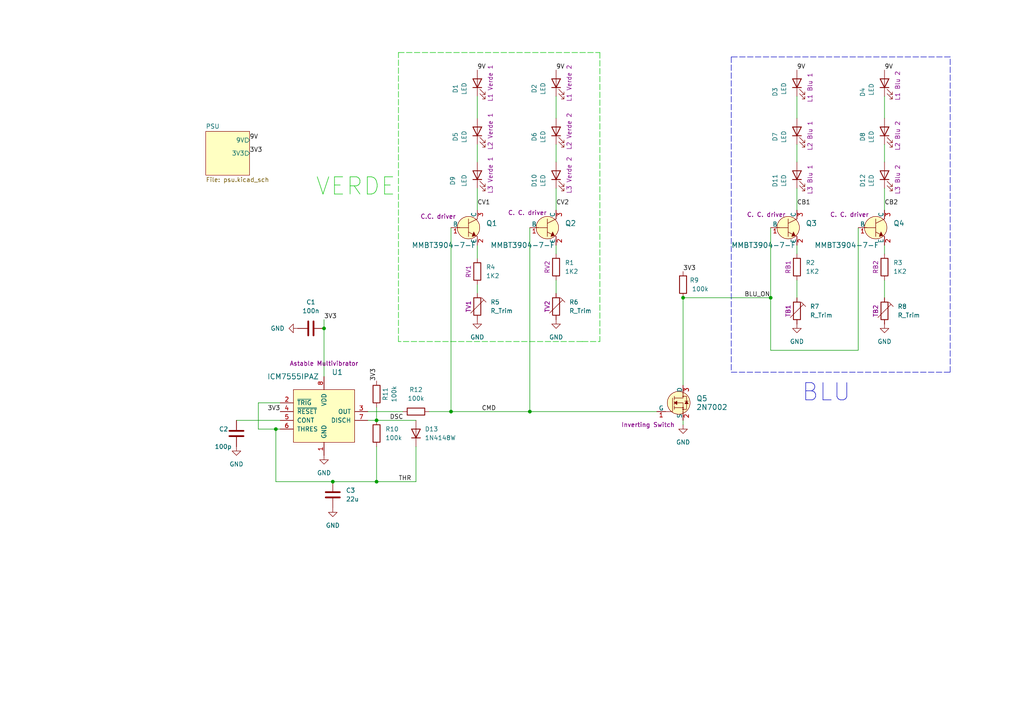
<source format=kicad_sch>
(kicad_sch (version 20230121) (generator eeschema)
  (paper "A4")
  (title_block (title "Christmas Tree") (date "2023-08-19") (rev "${ver}"))
  (lib_symbols
    (symbol "Device:C" (pin_numbers hide) (pin_names (offset 0.254))
      (property "Reference" "C" (at 0.635 2.54 0))
      (property "Value" "C" (at 0.635 -2.54 0))
      (symbol "C_0_1"
        (polyline (pts (xy -2.032 -0.762) (xy 2.032 -0.762)) (stroke (width 0.508)))
        (polyline (pts (xy -2.032 0.762) (xy 2.032 0.762)) (stroke (width 0.508)))
      )
      (symbol "C_1_1"
        (pin passive line (at 0 3.81 270) (length 2.794) (name "~") (number "1"))
        (pin passive line (at 0 -3.81 90) (length 2.794) (name "~") (number "2"))
      )
    )
    (symbol "Device:LED" (pin_numbers hide) (pin_names (offset 1.016) hide)
      (property "Reference" "D" (at 0 2.54 0))
      (property "Value" "LED" (at 0 -2.54 0))
      (symbol "LED_0_1"
        (polyline (pts (xy -1.27 -1.27) (xy -1.27 1.27)) (stroke (width 0.254)))
        (polyline (pts (xy -1.27 0) (xy 1.27 0)))
        (polyline (pts (xy 1.27 -1.27) (xy 1.27 1.27) (xy -1.27 0) (xy 1.27 -1.27)) (stroke (width 0.254)))
        (polyline (pts (xy -3.048 -0.762) (xy -4.572 -2.286) (xy -3.81 -2.286) (xy -4.572 -2.286) (xy -4.572 -1.524)))
        (polyline (pts (xy -1.778 -0.762) (xy -3.302 -2.286) (xy -2.54 -2.286) (xy -3.302 -2.286) (xy -3.302 -1.524)))
      )
      (symbol "LED_1_1"
        (pin passive line (at -3.81 0 0) (length 2.54) (name "K") (number "1"))
        (pin passive line (at 3.81 0 180) (length 2.54) (name "A") (number "2"))
      )
    )
    (symbol "Device:R" (pin_numbers hide) (pin_names (offset 0))
      (property "Reference" "R" (at 2.032 0 90))
      (property "Value" "R" (at 0 0 90))
      (symbol "R_0_1"
        (rectangle (start -1.016 -2.54) (end 1.016 2.54) (stroke (width 0.254)))
      )
      (symbol "R_1_1"
        (pin passive line (at 0 3.81 270) (length 1.27) (name "~") (number "1"))
        (pin passive line (at 0 -3.81 90) (length 1.27) (name "~") (number "2"))
      )
    )
    (symbol "Device:R_Trim" (pin_numbers hide) (pin_names (offset 0))
      (property "Reference" "R" (at 2.54 -2.54 90))
      (property "Value" "R_Trim" (at -2.54 -0.635 90))
      (symbol "R_Trim_0_1"
        (rectangle (start -1.016 -2.54) (end 1.016 2.54) (stroke (width 0.254)))
        (polyline (pts (xy -1.905 -1.905) (xy 1.905 1.905) (xy 2.54 1.27) (xy 1.27 2.54)))
      )
      (symbol "R_Trim_1_1"
        (pin passive line (at 0 3.81 270) (length 1.27) (name "~") (number "1"))
        (pin passive line (at 0 -3.81 90) (length 1.27) (name "~") (number "2"))
      )
    )
    (symbol "Diode:1N4148W" (pin_numbers hide) (pin_names hide)
      (property "Reference" "D" (at 0 2.54 0))
      (property "Value" "1N4148W" (at 0 -2.54 0))
      (symbol "1N4148W_0_1"
        (polyline (pts (xy -1.27 1.27) (xy -1.27 -1.27)) (stroke (width 0.254)))
        (polyline (pts (xy 1.27 0) (xy -1.27 0)))
        (polyline (pts (xy 1.27 1.27) (xy 1.27 -1.27) (xy -1.27 0) (xy 1.27 1.27)) (stroke (width 0.254)))
      )
      (symbol "1N4148W_1_1"
        (pin passive line (at -3.81 0 0) (length 2.54) (name "K") (number "1"))
        (pin passive line (at 3.81 0 180) (length 2.54) (name "A") (number "2"))
      )
    )
    (symbol "dk_Clock-Timing-Programmable-Timers-and-Oscillators:ICM7555IPAZ" (pin_names (offset 1.016))
      (property "Reference" "U" (at -8.89 7.62 0))
      (property "Value" "ICM7555IPAZ" (at 1.27 -10.16 0))
      (symbol "ICM7555IPAZ_1_1"
        (rectangle (start -8.89 6.35) (end 8.89 -8.89) (fill (type background)))
        (pin power_in line (at 0 -12.7 90) (length 3.81) (name "GND") (number "1"))
        (pin input line (at -12.7 2.54 0) (length 3.81) (name "~{TRIG}") (number "2"))
        (pin output line (at 12.7 0 180) (length 3.81) (name "OUT") (number "3"))
        (pin input line (at -12.7 0 0) (length 3.81) (name "~{RESET}") (number "4"))
        (pin input line (at -12.7 -2.54 0) (length 3.81) (name "CONT") (number "5"))
        (pin input line (at -12.7 -5.08 0) (length 3.81) (name "THRES") (number "6"))
        (pin output line (at 12.7 -2.54 180) (length 3.81) (name "DISCH") (number "7"))
        (pin power_in line (at 0 10.16 270) (length 3.81) (name "VDD") (number "8"))
      )
    )
    (symbol "dk_Transistors-Bipolar-BJT-Single:MMBT3904-7-F" (pin_names (offset 0))
      (property "Reference" "Q" (at -3.2004 4.2164 0))
      (property "Value" "MMBT3904-7-F" (at 5.2324 0 90))
      (symbol "MMBT3904-7-F_0_1"
        (polyline (pts (xy -3.81 0) (xy -2.54 0)))
        (polyline (pts (xy -3.556 0) (xy 0 0)))
        (polyline (pts (xy 0 -1.27) (xy 2.54 -2.54)))
        (polyline (pts (xy 0 1.27) (xy 2.54 2.54)))
        (polyline (pts (xy 0 2.54) (xy 0 -2.54)))
        (polyline (pts (xy 1.524 -1.27) (xy 2.032 -2.286) (xy 1.016 -2.54) (xy 1.524 -1.27)) (fill (type outline)))
        (circle (center 0 0) (radius 3.2512) (fill (type background)))
      )
      (symbol "MMBT3904-7-F_1_1"
        (pin input line (at -5.08 0 0) (length 2.54) (name "B") (number "1"))
        (pin passive line (at 2.54 -5.08 90) (length 2.54) (name "E") (number "2"))
        (pin passive line (at 2.54 5.08 270) (length 2.54) (name "C") (number "3"))
      )
    )
    (symbol "dk_Transistors-FETs-MOSFETs-Single:2N7002" (pin_names (offset 0))
      (property "Reference" "Q" (at -2.6924 3.6322 0))
      (property "Value" "2N7002" (at 3.4544 0 90))
      (symbol "2N7002_0_1"
        (circle (center -1.27 0) (radius 3.302) (fill (type background)))
        (circle (center 0 -1.905) (radius 0.127))
        (circle (center 0 -1.397) (radius 0.127))
        (polyline (pts (xy 0 -1.397) (xy -2.54 -1.397)))
        (polyline (pts (xy -5.08 -2.54) (xy -3.048 -2.54) (xy -3.048 1.397)))
        (polyline (pts (xy 0 -2.54) (xy 0 0) (xy -2.54 0)))
        (polyline (pts (xy 0 2.54) (xy 0 1.397) (xy -2.54 1.397)))
        (polyline (pts (xy -0.127 -1.905) (xy 1.016 -1.905) (xy 1.016 1.397) (xy 1.016 1.905) (xy -0.127 1.905)))
        (circle (center 0 1.905) (radius 0.127))
      )
      (symbol "2N7002_1_1"
        (polyline (pts (xy -2.54 -1.397) (xy -2.54 -1.905)))
        (polyline (pts (xy -2.54 -1.397) (xy -2.54 -0.889)))
        (polyline (pts (xy -2.54 0) (xy -2.54 -0.508)))
        (polyline (pts (xy -2.54 0) (xy -2.54 0.508)))
        (polyline (pts (xy -2.54 1.905) (xy -2.54 0.889)))
        (polyline (pts (xy 1.524 0.508) (xy 0.508 0.508)))
        (polyline (pts (xy -2.54 0) (xy -1.778 0.508) (xy -1.778 -0.508) (xy -2.54 0)) (fill (type outline)))
        (polyline (pts (xy 1.016 0.508) (xy 0.508 -0.254) (xy 1.524 -0.254) (xy 1.016 0.508)) (fill (type outline)))
        (pin bidirectional line (at -7.62 -2.54 0) (length 2.54) (name "G") (number "1"))
        (pin bidirectional line (at 0 -5.08 90) (length 2.54) (name "S") (number "2"))
        (pin bidirectional line (at 0 5.08 270) (length 2.54) (name "D") (number "3"))
      )
    )
    (symbol "power:GND" (power) (pin_names (offset 0))
      (property "Value" "GND" (at 0 -3.81 0))
      (symbol "GND_0_1"
        (polyline (pts (xy 0 0) (xy 0 -1.27) (xy 1.27 -1.27) (xy 0 -2.54) (xy -1.27 -1.27) (xy 0 -1.27)))
      )
      (symbol "GND_1_1"
        (pin power_in line (at 0 0 270) (length 0) hide (name "GND") (number "1"))
      )
    )
  )
  (junction (at 93.98 95.25))
  (junction (at 109.22 121.92))
  (junction (at 130.81 119.38))
  (junction (at 153.67 119.38))
  (junction (at 109.22 139.7))
  (junction (at 80.01 124.46))
  (junction (at 198.12 86.36))
  (junction (at 223.52 86.36))
  (junction (at 96.52 139.7))
  (wire (pts (xy 231.14 81.28) (xy 231.14 86.36)))
  (wire (pts (xy 93.98 92.71) (xy 93.98 95.25)))
  (wire (pts (xy 130.81 119.38) (xy 153.67 119.38)))
  (wire (pts (xy 80.01 139.7) (xy 80.01 124.46)))
  (wire (pts (xy 231.14 71.12) (xy 231.14 73.66)))
  (wire (pts (xy 120.65 139.7) (xy 109.22 139.7)))
  (wire (pts (xy 138.43 54.61) (xy 138.43 60.96)))
  (wire (pts (xy 256.54 81.28) (xy 256.54 86.36)))
  (wire (pts (xy 138.43 71.12) (xy 138.43 74.93)))
  (wire (pts (xy 231.14 41.91) (xy 231.14 46.99)))
  (wire (pts (xy 124.46 119.38) (xy 130.81 119.38)))
  (wire (pts (xy 161.29 81.28) (xy 161.29 85.09)))
  (wire (pts (xy 256.54 27.94) (xy 256.54 34.29)))
  (wire (pts (xy 153.67 66.04) (xy 153.67 119.38)))
  (polyline (pts (xy 115.57 99.06) (xy 115.57 15.24)) (stroke (width 0) (type dash) (color 0 194 0 1)))
  (wire (pts (xy 130.81 66.04) (xy 130.81 119.38)))
  (polyline (pts (xy 168.91 99.06) (xy 173.99 99.06)) (stroke (width 0) (type dash) (color 0 194 0 1)))
  (polyline (pts (xy 275.59 107.95) (xy 275.59 16.51)) (stroke (width 0) (type dash)))
  (wire (pts (xy 80.01 124.46) (xy 81.28 124.46)))
  (polyline (pts (xy 173.99 15.24) (xy 173.99 99.06)) (stroke (width 0) (type dash) (color 0 194 0 1)))
  (wire (pts (xy 138.43 82.55) (xy 138.43 85.09)))
  (wire (pts (xy 231.14 27.94) (xy 231.14 34.29)))
  (wire (pts (xy 256.54 71.12) (xy 256.54 73.66)))
  (wire (pts (xy 223.52 86.36) (xy 223.52 101.6)))
  (wire (pts (xy 138.43 41.91) (xy 138.43 46.99)))
  (wire (pts (xy 256.54 54.61) (xy 256.54 60.96)))
  (wire (pts (xy 231.14 54.61) (xy 231.14 60.96)))
  (wire (pts (xy 198.12 123.19) (xy 198.12 121.92)))
  (polyline (pts (xy 275.59 16.51) (xy 212.09 16.51)) (stroke (width 0) (type dash)))
  (wire (pts (xy 109.22 118.11) (xy 109.22 121.92)))
  (wire (pts (xy 109.22 129.54) (xy 109.22 139.7)))
  (polyline (pts (xy 212.09 107.95) (xy 275.59 107.95)) (stroke (width 0) (type dash)))
  (wire (pts (xy 138.43 27.94) (xy 138.43 34.29)))
  (wire (pts (xy 74.93 116.84) (xy 74.93 124.46)))
  (wire (pts (xy 153.67 119.38) (xy 190.5 119.38)))
  (wire (pts (xy 81.28 116.84) (xy 74.93 116.84)))
  (wire (pts (xy 161.29 27.94) (xy 161.29 34.29)))
  (wire (pts (xy 223.52 101.6) (xy 248.92 101.6)))
  (wire (pts (xy 106.68 121.92) (xy 109.22 121.92)))
  (wire (pts (xy 161.29 71.12) (xy 161.29 73.66)))
  (wire (pts (xy 161.29 54.61) (xy 161.29 60.96)))
  (polyline (pts (xy 212.09 16.51) (xy 212.09 107.95)) (stroke (width 0) (type dash)))
  (wire (pts (xy 106.68 119.38) (xy 116.84 119.38)))
  (wire (pts (xy 161.29 41.91) (xy 161.29 46.99)))
  (wire (pts (xy 109.22 139.7) (xy 96.52 139.7)))
  (polyline (pts (xy 115.57 15.24) (xy 173.99 15.24)) (stroke (width 0) (type dash) (color 0 194 0 1)))
  (wire (pts (xy 223.52 86.36) (xy 223.52 66.04)))
  (wire (pts (xy 198.12 86.36) (xy 198.12 111.76)))
  (wire (pts (xy 256.54 41.91) (xy 256.54 46.99)))
  (polyline (pts (xy 168.91 99.06) (xy 115.57 99.06)) (stroke (width 0) (type dash) (color 0 194 0 1)))
  (wire (pts (xy 74.93 124.46) (xy 80.01 124.46)))
  (wire (pts (xy 120.65 129.54) (xy 120.65 139.7)))
  (wire (pts (xy 248.92 101.6) (xy 248.92 66.04)))
  (wire (pts (xy 68.58 121.92) (xy 81.28 121.92)))
  (wire (pts (xy 93.98 95.25) (xy 93.98 109.22)))
  (wire (pts (xy 109.22 121.92) (xy 120.65 121.92)))
  (wire (pts (xy 198.12 86.36) (xy 223.52 86.36)))
  (wire (pts (xy 96.52 139.7) (xy 80.01 139.7)))
  (text "VERDE" (at 91.44 57.15 0) (effects (font (size 5 5)) (justify left bottom)))
  (text "BLU" (at 232.41 116.84 0) (effects (font (size 5 5)) (justify left bottom)))
  (label "9V" (at 231.14 20.32 0))
  (label "THR" (at 115.57 139.7 0))
  (label "CB2" (at 256.54 59.69 0))
  (label "CMD" (at 139.7 119.38 0))
  (label "CB1" (at 231.14 59.69 0))
  (label "3V3" (at 198.12 78.74 0))
  (label "3V3" (at 72.39 44.45 0))
  (label "9V" (at 72.39 40.64 0))
  (label "BLU_ON" (at 215.9 86.36 0))
  (label "9V" (at 138.43 20.32 0))
  (label "DSC" (at 113.03 121.92 0))
  (label "3V3" (at 93.98 92.71 0))
  (label "9V" (at 256.54 20.32 0))
  (label "3V3" (at 109.22 110.49 90))
  (label "CV2" (at 161.29 59.69 0))
  (label "CV1" (at 138.43 59.69 0))
  (label "9V" (at 161.29 20.32 0))
  (label "3V3" (at 81.28 119.38 180))
  (symbol (lib_id "Device:C") (at 90.17 95.25 90) (unit 1)
    (property "Reference" "C1" (at 90.17 87.63 90))
    (property "Value" "100n" (at 90.17 90.17 90))
    (property "Footprint" "Capacitor_SMD:C_0805_2012Metric" (effects hide))
  )
  (symbol (lib_id "Device:R") (at 231.14 77.47 0) (unit 1)
    (property "Reference" "R2" (at 233.68 76.2 0) (effects (justify left)))
    (property "Value" "1K2" (at 233.68 78.74 0) (effects (justify left)))
    (property "Footprint" "Resistor_SMD:R_0603_1608Metric" (effects hide))
    (property "Purpose" "RB1" (at 228.6 77.47 90))
  )
  (symbol (lib_id "Device:R") (at 120.65 119.38 90) (unit 1)
    (property "Reference" "R12" (at 120.65 113.03 90))
    (property "Value" "100k" (at 120.65 115.57 90))
    (property "Footprint" "Resistor_SMD:R_0805_2012Metric" (effects hide))
  )
  (symbol (lib_id "Device:R") (at 198.12 82.55 0) (unit 1)
    (property "Reference" "R9" (at 200.025 81.28 0) (effects (justify left)))
    (property "Value" "100k" (at 200.66 83.82 0) (effects (justify left)))
    (property "Footprint" "Resistor_SMD:R_0805_2012Metric" (effects hide))
  )
  (symbol (lib_id "power:GND") (at 138.43 92.71 0) (unit 1)
    (property "Reference" "#PWR03" (effects hide))
    (property "Value" "GND" (at 138.43 97.79 0))
  )
  (symbol (lib_id "Device:LED") (at 161.29 50.8 90) (unit 1)
    (property "Reference" "D10" (at 154.94 52.3875 0))
    (property "Value" "LED" (at 157.48 52.3875 0))
    (property "Footprint" "LED_SMD:LED_0805_2012Metric" (effects hide))
    (property "Purpose" "L3 Verde 2" (at 165.1 50.8 0))
  )
  (symbol (lib_id "Device:R") (at 138.43 78.74 0) (unit 1)
    (property "Reference" "R4" (at 140.97 77.47 0) (effects (justify left)))
    (property "Value" "1K2" (at 140.97 80.01 0) (effects (justify left)))
    (property "Footprint" "Resistor_SMD:R_0603_1608Metric" (effects hide))
    (property "Purpose" "RV1" (at 135.89 78.74 90))
  )
  (symbol (lib_id "Device:LED") (at 231.14 38.1 90) (unit 1)
    (property "Reference" "D7" (at 224.79 39.6875 0))
    (property "Value" "LED" (at 227.33 39.6875 0))
    (property "Footprint" "LED_SMD:LED_0805_2012Metric" (effects hide))
    (property "Purpose" "L2 Blu 1" (at 234.95 39.37 0))
  )
  (symbol (lib_id "Device:R_Trim") (at 161.29 88.9 0) (unit 1)
    (property "Reference" "R6" (at 165.1 87.63 0) (effects (justify left)))
    (property "Value" "R_Trim" (at 165.1 90.17 0) (effects (justify left)))
    (property "Footprint" "PVG5A202C03R00:TRIM_PVG5A202C03R00" (effects hide))
    (property "Purpose" "TV2" (at 158.75 88.9 90))
  )
  (symbol (lib_id "Device:LED") (at 231.14 50.8 90) (unit 1)
    (property "Reference" "D11" (at 224.79 52.3875 0))
    (property "Value" "LED" (at 227.33 52.3875 0))
    (property "Footprint" "LED_SMD:LED_0805_2012Metric" (effects hide))
    (property "Purpose" "L3 Blu 1" (at 234.95 52.07 0))
  )
  (symbol (lib_id "Device:R") (at 256.54 77.47 0) (unit 1)
    (property "Reference" "R3" (at 259.08 76.2 0) (effects (justify left)))
    (property "Value" "1K2" (at 259.08 78.74 0) (effects (justify left)))
    (property "Footprint" "Resistor_SMD:R_0603_1608Metric" (effects hide))
    (property "Purpose" "RB2" (at 254 77.47 90))
  )
  (symbol (lib_id "dk_Transistors-FETs-MOSFETs-Single:2N7002") (at 198.12 116.84 0) (unit 1)
    (property "Reference" "Q5" (at 201.93 115.57 0) (effects (font (size 1.524 1.524)) (justify left)))
    (property "Value" "2N7002" (at 201.93 118.11 0) (effects (font (size 1.524 1.524)) (justify left)))
    (property "Footprint" "digikey-footprints:SOT-23-3" (effects hide))
    (property "Datasheet" "https://www.onsemi.com/pub/Collateral/NDS7002A-D.PDF" (effects hide))
    (property "Digi-Key_PN" "2N7002NCT-ND" (effects hide))
    (property "MPN" "2N7002" (effects hide))
    (property "Category" "Discrete Semiconductor Products" (effects hide))
    (property "Family" "Transistors - FETs, MOSFETs - Single" (effects hide))
    (property "DK_Datasheet_Link" "https://www.onsemi.com/pub/Collateral/NDS7002A-D.PDF" (effects hide))
    (property "DK_Detail_Page" "/product-detail/en/on-semiconductor/2N7002/2N7002NCT-ND/244664" (effects hide))
    (property "Description" "MOSFET N-CH 60V 115MA SOT-23" (effects hide))
    (property "Manufacturer" "ON Semiconductor" (effects hide))
    (property "Status" "Active" (effects hide))
    (property "Purpose" "Inverting Switch" (at 187.96 123.19 0))
  )
  (symbol (lib_id "Device:LED") (at 256.54 50.8 90) (unit 1)
    (property "Reference" "D12" (at 250.19 52.3875 0))
    (property "Value" "LED" (at 252.73 52.3875 0))
    (property "Footprint" "LED_SMD:LED_0805_2012Metric" (effects hide))
    (property "Purpose" "L3 Blu 2" (at 260.35 52.07 0))
  )
  (symbol (lib_id "power:GND") (at 86.36 95.25 270) (unit 1)
    (property "Reference" "#PWR09" (effects hide))
    (property "Value" "GND" (at 82.55 95.25 90) (effects (justify right)))
  )
  (symbol (lib_id "Device:R_Trim") (at 138.43 88.9 0) (unit 1)
    (property "Reference" "R5" (at 142.24 87.63 0) (effects (justify left)))
    (property "Value" "R_Trim" (at 142.24 90.17 0) (effects (justify left)))
    (property "Footprint" "PVG5A202C03R00:TRIM_PVG5A202C03R00" (effects hide))
    (property "Purpose" "TV1" (at 135.89 88.9 90))
  )
  (symbol (lib_id "power:GND") (at 68.58 129.54 0) (unit 1)
    (property "Reference" "#PWR010" (effects hide))
    (property "Value" "GND" (at 68.58 134.62 0))
  )
  (symbol (lib_id "Device:R_Trim") (at 256.54 90.17 0) (unit 1)
    (property "Reference" "R8" (at 260.35 88.9 0) (effects (justify left)))
    (property "Value" "R_Trim" (at 260.35 91.44 0) (effects (justify left)))
    (property "Footprint" "PVG5A202C03R00:TRIM_PVG5A202C03R00" (effects hide))
    (property "Purpose" "TB2" (at 254 90.17 90))
  )
  (symbol (lib_id "Device:R") (at 109.22 125.73 0) (unit 1)
    (property "Reference" "R10" (at 111.76 124.46 0) (effects (justify left)))
    (property "Value" "100k" (at 111.76 127 0) (effects (justify left)))
    (property "Footprint" "Resistor_SMD:R_0805_2012Metric" (effects hide))
  )
  (symbol (lib_id "Device:LED") (at 161.29 24.13 90) (unit 1)
    (property "Reference" "D2" (at 154.94 25.7175 0))
    (property "Value" "LED" (at 157.48 25.7175 0))
    (property "Footprint" "LED_SMD:LED_0805_2012Metric" (effects hide))
    (property "Purpose" "L1 Verde 2" (at 165.1 24.13 0))
  )
  (symbol (lib_id "dk_Transistors-Bipolar-BJT-Single:MMBT3904-7-F") (at 135.89 66.04 0) (unit 1)
    (property "Reference" "Q1" (at 140.97 64.77 0) (effects (font (size 1.524 1.524)) (justify left)))
    (property "Value" "MMBT3904-7-F" (at 119.38 71.12 0) (effects (font (size 1.524 1.524)) (justify left)))
    (property "Footprint" "digikey-footprints:SOT-23-3" (effects hide))
    (property "Datasheet" "https://www.diodes.com/assets/Datasheets/ds30036.pdf" (effects hide))
    (property "Digi-Key_PN" "MMBT3904-FDICT-ND" (effects hide))
    (property "MPN" "MMBT3904-7-F" (effects hide))
    (property "Category" "Discrete Semiconductor Products" (effects hide))
    (property "Family" "Transistors - Bipolar (BJT) - Single" (effects hide))
    (property "DK_Datasheet_Link" "https://www.diodes.com/assets/Datasheets/ds30036.pdf" (effects hide))
    (property "DK_Detail_Page" "/product-detail/en/diodes-incorporated/MMBT3904-7-F/MMBT3904-FDICT-ND/815727" (effects hide))
    (property "Description" "TRANS NPN 40V 0.2A SMD SOT23-3" (effects hide))
    (property "Manufacturer" "Diodes Incorporated" (effects hide))
    (property "Status" "Active" (effects hide))
    (property "Purpose" "C.C. driver" (at 121.92 63.5 0) (effects (justify left bottom)))
  )
  (symbol (lib_id "power:GND") (at 96.52 147.32 0) (unit 1)
    (property "Reference" "#PWR011" (effects hide))
    (property "Value" "GND" (at 96.52 152.4 0))
  )
  (symbol (lib_id "Device:LED") (at 138.43 50.8 90) (unit 1)
    (property "Reference" "D9" (at 131.3025 52.4367 0))
    (property "Value" "LED" (at 134.62 52.3875 0))
    (property "Footprint" "LED_SMD:LED_0805_2012Metric" (effects hide))
    (property "Purpose" "L3 Verde 1" (at 142.24 50.8 0))
  )
  (symbol (lib_id "Device:C") (at 68.58 125.73 0) (unit 1)
    (property "Reference" "C2" (at 63.5 124.46 0) (effects (justify left)))
    (property "Value" "100p" (at 62.23 129.54 0) (effects (justify left)))
    (property "Footprint" "Capacitor_SMD:C_0603_1608Metric" (effects hide))
  )
  (symbol (lib_id "Device:LED") (at 256.54 24.13 90) (unit 1)
    (property "Reference" "D4" (at 250.19 25.4 0) (effects (justify right)))
    (property "Value" "LED" (at 252.73 24.13 0) (effects (justify right)))
    (property "Footprint" "LED_SMD:LED_0805_2012Metric" (effects hide))
    (property "Purpose" "L1 Blu 2" (at 260.35 29.21 0) (effects (justify left)))
  )
  (symbol (lib_id "dk_Transistors-Bipolar-BJT-Single:MMBT3904-7-F") (at 254 66.04 0) (unit 1)
    (property "Reference" "Q4" (at 259.08 64.77 0) (effects (font (size 1.524 1.524)) (justify left)))
    (property "Value" "MMBT3904-7-F" (at 236.22 71.12 0) (effects (font (size 1.524 1.524)) (justify left)))
    (property "Footprint" "digikey-footprints:SOT-23-3" (effects hide))
    (property "Datasheet" "https://www.diodes.com/assets/Datasheets/ds30036.pdf" (effects hide))
    (property "Digi-Key_PN" "MMBT3904-FDICT-ND" (effects hide))
    (property "MPN" "MMBT3904-7-F" (effects hide))
    (property "Category" "Discrete Semiconductor Products" (effects hide))
    (property "Family" "Transistors - Bipolar (BJT) - Single" (effects hide))
    (property "DK_Datasheet_Link" "https://www.diodes.com/assets/Datasheets/ds30036.pdf" (effects hide))
    (property "DK_Detail_Page" "/product-detail/en/diodes-incorporated/MMBT3904-7-F/MMBT3904-FDICT-ND/815727" (effects hide))
    (property "Description" "TRANS NPN 40V 0.2A SMD SOT23-3" (effects hide))
    (property "Manufacturer" "Diodes Incorporated" (effects hide))
    (property "Status" "Active" (effects hide))
    (property "Purpose" "C. C. driver" (at 246.38 62.23 0))
  )
  (symbol (lib_id "Device:LED") (at 231.14 24.13 90) (unit 1)
    (property "Reference" "D3" (at 224.79 26.67 0))
    (property "Value" "LED" (at 227.33 25.7175 0))
    (property "Footprint" "LED_SMD:LED_0805_2012Metric" (effects hide))
    (property "Purpose" "L1 Blu 1" (at 234.95 25.4 0))
  )
  (symbol (lib_id "dk_Transistors-Bipolar-BJT-Single:MMBT3904-7-F") (at 158.75 66.04 0) (unit 1)
    (property "Reference" "Q2" (at 163.83 64.77 0) (effects (font (size 1.524 1.524)) (justify left)))
    (property "Value" "MMBT3904-7-F" (at 142.24 71.12 0) (effects (font (size 1.524 1.524)) (justify left)))
    (property "Footprint" "digikey-footprints:SOT-23-3" (effects hide))
    (property "Datasheet" "https://www.diodes.com/assets/Datasheets/ds30036.pdf" (effects hide))
    (property "Digi-Key_PN" "MMBT3904-FDICT-ND" (effects hide))
    (property "MPN" "MMBT3904-7-F" (effects hide))
    (property "Category" "Discrete Semiconductor Products" (effects hide))
    (property "Family" "Transistors - Bipolar (BJT) - Single" (effects hide))
    (property "DK_Datasheet_Link" "https://www.diodes.com/assets/Datasheets/ds30036.pdf" (effects hide))
    (property "DK_Detail_Page" "/product-detail/en/diodes-incorporated/MMBT3904-7-F/MMBT3904-FDICT-ND/815727" (effects hide))
    (property "Description" "TRANS NPN 40V 0.2A SMD SOT23-3" (effects hide))
    (property "Manufacturer" "Diodes Incorporated" (effects hide))
    (property "Status" "Active" (effects hide))
    (property "Purpose" "C. C. driver" (at 147.32 60.96 0) (effects (justify left top)))
  )
  (symbol (lib_id "power:GND") (at 161.29 92.71 0) (unit 1)
    (property "Reference" "#PWR04" (effects hide))
    (property "Value" "GND" (at 161.29 97.79 0))
  )
  (symbol (lib_id "Device:LED") (at 161.29 38.1 90) (unit 1)
    (property "Reference" "D6" (at 154.94 39.6875 0))
    (property "Value" "LED" (at 157.48 39.6875 0))
    (property "Footprint" "LED_SMD:LED_0805_2012Metric" (effects hide))
    (property "Purpose" "L2 Verde 2" (at 165.1 38.1 0))
  )
  (symbol (lib_id "Device:LED") (at 256.54 38.1 90) (unit 1)
    (property "Reference" "D8" (at 250.19 39.6875 0))
    (property "Value" "LED" (at 252.73 39.6875 0))
    (property "Footprint" "LED_SMD:LED_0805_2012Metric" (effects hide))
    (property "Purpose" "L2 Blu 2" (at 260.35 39.37 0))
  )
  (symbol (lib_id "dk_Transistors-Bipolar-BJT-Single:MMBT3904-7-F") (at 228.6 66.04 0) (unit 1)
    (property "Reference" "Q3" (at 233.68 64.77 0) (effects (font (size 1.524 1.524)) (justify left)))
    (property "Value" "MMBT3904-7-F" (at 212.09 71.12 0) (effects (font (size 1.524 1.524)) (justify left)))
    (property "Footprint" "digikey-footprints:SOT-23-3" (effects hide))
    (property "Datasheet" "https://www.diodes.com/assets/Datasheets/ds30036.pdf" (effects hide))
    (property "Digi-Key_PN" "MMBT3904-FDICT-ND" (effects hide))
    (property "MPN" "MMBT3904-7-F" (effects hide))
    (property "Category" "Discrete Semiconductor Products" (effects hide))
    (property "Family" "Transistors - Bipolar (BJT) - Single" (effects hide))
    (property "DK_Datasheet_Link" "https://www.diodes.com/assets/Datasheets/ds30036.pdf" (effects hide))
    (property "DK_Detail_Page" "/product-detail/en/diodes-incorporated/MMBT3904-7-F/MMBT3904-FDICT-ND/815727" (effects hide))
    (property "Description" "TRANS NPN 40V 0.2A SMD SOT23-3" (effects hide))
    (property "Manufacturer" "Diodes Incorporated" (effects hide))
    (property "Status" "Active" (effects hide))
    (property "Purpose" "C. C. driver" (at 222.25 62.23 0))
  )
  (symbol (lib_id "Device:C") (at 96.52 143.51 0) (unit 1)
    (property "Reference" "C3" (at 100.33 142.24 0) (effects (justify left)))
    (property "Value" "22u" (at 100.33 144.78 0) (effects (justify left)))
    (property "Footprint" "Capacitor_SMD:CP_Elec_6.3x5.7" (effects hide))
  )
  (symbol (lib_id "power:GND") (at 93.98 132.08 0) (unit 1)
    (property "Reference" "#PWR07" (effects hide))
    (property "Value" "GND" (at 93.98 137.16 0))
  )
  (symbol (lib_id "Device:R_Trim") (at 231.14 90.17 0) (unit 1)
    (property "Reference" "R7" (at 234.95 88.9 0) (effects (justify left)))
    (property "Value" "R_Trim" (at 234.95 91.44 0) (effects (justify left)))
    (property "Footprint" "PVG5A202C03R00:TRIM_PVG5A202C03R00" (effects hide))
    (property "Purpose" "TB1" (at 228.6 90.17 90))
  )
  (symbol (lib_id "Device:R") (at 109.22 114.3 180) (unit 1)
    (property "Reference" "R11" (at 111.76 114.3 90))
    (property "Value" "100k" (at 114.3 114.3 90))
    (property "Footprint" "Resistor_SMD:R_0805_2012Metric" (effects hide))
  )
  (symbol (lib_id "Device:LED") (at 138.43 38.1 90) (unit 1)
    (property "Reference" "D5" (at 132.08 39.6875 0))
    (property "Value" "LED" (at 134.62 39.6875 0))
    (property "Footprint" "LED_SMD:LED_0805_2012Metric" (effects hide))
    (property "Purpose" "L2 Verde 1" (at 142.24 38.1 0))
  )
  (symbol (lib_id "power:GND") (at 231.14 93.98 0) (unit 1)
    (property "Reference" "#PWR05" (effects hide))
    (property "Value" "GND" (at 231.14 99.06 0))
  )
  (symbol (lib_id "power:GND") (at 198.12 123.19 0) (unit 1)
    (property "Reference" "#PWR08" (effects hide))
    (property "Value" "GND" (at 198.12 128.27 0))
  )
  (symbol (lib_id "dk_Clock-Timing-Programmable-Timers-and-Oscillators:ICM7555IPAZ") (at 93.98 119.38 0) (unit 1)
    (property "Reference" "U1" (at 96.1741 107.95 0) (effects (font (size 1.524 1.524)) (justify left)))
    (property "Value" "ICM7555IPAZ" (at 77.47 109.22 0) (effects (font (size 1.524 1.524)) (justify left)))
    (property "Footprint" "digikey-footprints:DIP-8_W7.62mm" (effects hide))
    (property "Datasheet" "http://www.intersil.com/content/dam/Intersil/documents/icm7/icm7555-56.pdf" (effects hide))
    (property "Digi-Key_PN" "ICM7555IPAZ-ND" (effects hide))
    (property "MPN" "ICM7555IPAZ" (effects hide))
    (property "Category" "Integrated Circuits (ICs)" (effects hide))
    (property "Family" "Clock/Timing - Programmable Timers and Oscillators" (effects hide))
    (property "DK_Datasheet_Link" "http://www.intersil.com/content/dam/Intersil/documents/icm7/icm7555-56.pdf" (effects hide))
    (property "DK_Detail_Page" "/product-detail/en/renesas-electronics-america-inc/ICM7555IPAZ/ICM7555IPAZ-ND/821488" (effects hide))
    (property "Description" "IC OSC SINGLE TIMER 1MHZ 8DIP" (effects hide))
    (property "Manufacturer" "Renesas Electronics America Inc." (effects hide))
    (property "Status" "Active" (effects hide))
    (property "Purpose" "Astable Multivibrator" (at 93.98 105.41 0))
  )
  (symbol (lib_id "Diode:1N4148W") (at 120.65 125.73 90) (unit 1)
    (property "Reference" "D13" (at 123.19 124.46 90) (effects (justify right)))
    (property "Value" "1N4148W" (at 123.19 127 90) (effects (justify right)))
    (property "Footprint" "Diode_SMD:D_SOD-123" (effects hide))
    (property "Datasheet" "https://www.vishay.com/docs/85748/1n4148w.pdf" (effects hide))
    (property "Sim.Device" "D" (effects hide))
    (property "Sim.Pins" "1=K 2=A" (effects hide))
  )
  (symbol (lib_id "Device:R") (at 161.29 77.47 0) (unit 1)
    (property "Reference" "R1" (at 163.83 76.2 0) (effects (justify left)))
    (property "Value" "1K2" (at 163.83 78.74 0) (effects (justify left)))
    (property "Footprint" "Resistor_SMD:R_0603_1608Metric" (effects hide))
    (property "Purpose" "RV2" (at 158.75 77.47 90))
  )
  (symbol (lib_id "Device:LED") (at 138.43 24.13 90) (unit 1)
    (property "Reference" "D1" (at 132.08 25.7175 0))
    (property "Value" "LED" (at 134.62 25.7175 0))
    (property "Footprint" "LED_SMD:LED_0805_2012Metric" (effects hide))
    (property "Purpose" "L1 Verde 1" (at 142.24 24.13 0))
  )
  (symbol (lib_id "power:GND") (at 256.54 93.98 0) (unit 1)
    (property "Reference" "#PWR06" (effects hide))
    (property "Value" "GND" (at 256.54 99.06 0))
  )
  (sheet (at 59.69 38.1) (size 12.7 12.7) (stroke (width 0.1524)) (fill (color 255 255 194 1.0000))
    (property "Sheetname" "PSU" (at 59.69 37.3884 0) (effects (justify left bottom)))
    (property "Sheetfile" "psu.kicad_sch" (at 59.69 51.3846 0) (effects (justify left top)))
    (pin "3V3" output (at 72.39 44.45 0))
    (pin "9V" output (at 72.39 40.64 0))
  )
)
</source>
